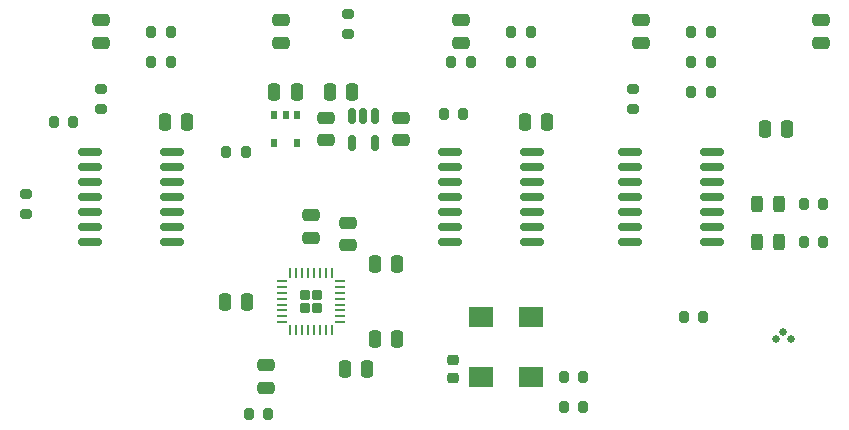
<source format=gbr>
%TF.GenerationSoftware,KiCad,Pcbnew,(6.0.0)*%
%TF.CreationDate,2022-02-07T22:24:18-06:00*%
%TF.ProjectId,PiDRO_interface,50694452-4f5f-4696-9e74-657266616365,rev?*%
%TF.SameCoordinates,Original*%
%TF.FileFunction,Paste,Top*%
%TF.FilePolarity,Positive*%
%FSLAX46Y46*%
G04 Gerber Fmt 4.6, Leading zero omitted, Abs format (unit mm)*
G04 Created by KiCad (PCBNEW (6.0.0)) date 2022-02-07 22:24:18*
%MOMM*%
%LPD*%
G01*
G04 APERTURE LIST*
G04 Aperture macros list*
%AMRoundRect*
0 Rectangle with rounded corners*
0 $1 Rounding radius*
0 $2 $3 $4 $5 $6 $7 $8 $9 X,Y pos of 4 corners*
0 Add a 4 corners polygon primitive as box body*
4,1,4,$2,$3,$4,$5,$6,$7,$8,$9,$2,$3,0*
0 Add four circle primitives for the rounded corners*
1,1,$1+$1,$2,$3*
1,1,$1+$1,$4,$5*
1,1,$1+$1,$6,$7*
1,1,$1+$1,$8,$9*
0 Add four rect primitives between the rounded corners*
20,1,$1+$1,$2,$3,$4,$5,0*
20,1,$1+$1,$4,$5,$6,$7,0*
20,1,$1+$1,$6,$7,$8,$9,0*
20,1,$1+$1,$8,$9,$2,$3,0*%
%AMFreePoly0*
4,1,14,0.106694,0.394194,0.125000,0.350000,0.125000,-0.350000,0.106694,-0.394194,0.062500,-0.412500,-0.009112,-0.412500,-0.053306,-0.394194,-0.106694,-0.340806,-0.125000,-0.296612,-0.125000,0.350000,-0.106694,0.394194,-0.062500,0.412500,0.062500,0.412500,0.106694,0.394194,0.106694,0.394194,$1*%
%AMFreePoly1*
4,1,14,0.106694,0.394194,0.125000,0.350000,0.125000,-0.296612,0.106694,-0.340806,0.053306,-0.394194,0.009112,-0.412500,-0.062500,-0.412500,-0.106694,-0.394194,-0.125000,-0.350000,-0.125000,0.350000,-0.106694,0.394194,-0.062500,0.412500,0.062500,0.412500,0.106694,0.394194,0.106694,0.394194,$1*%
%AMFreePoly2*
4,1,14,0.394194,0.106694,0.412500,0.062500,0.412500,-0.062500,0.394194,-0.106694,0.350000,-0.125000,-0.350000,-0.125000,-0.394194,-0.106694,-0.412500,-0.062500,-0.412500,0.009112,-0.394194,0.053306,-0.340806,0.106694,-0.296612,0.125000,0.350000,0.125000,0.394194,0.106694,0.394194,0.106694,$1*%
%AMFreePoly3*
4,1,14,0.394194,0.106694,0.412500,0.062500,0.412500,-0.062500,0.394194,-0.106694,0.350000,-0.125000,-0.296612,-0.125000,-0.340806,-0.106694,-0.394194,-0.053306,-0.412500,-0.009112,-0.412500,0.062500,-0.394194,0.106694,-0.350000,0.125000,0.350000,0.125000,0.394194,0.106694,0.394194,0.106694,$1*%
%AMFreePoly4*
4,1,14,0.053306,0.394194,0.106694,0.340806,0.125000,0.296612,0.125000,-0.350000,0.106694,-0.394194,0.062500,-0.412500,-0.062500,-0.412500,-0.106694,-0.394194,-0.125000,-0.350000,-0.125000,0.350000,-0.106694,0.394194,-0.062500,0.412500,0.009112,0.412500,0.053306,0.394194,0.053306,0.394194,$1*%
%AMFreePoly5*
4,1,14,0.106694,0.394194,0.125000,0.350000,0.125000,-0.350000,0.106694,-0.394194,0.062500,-0.412500,-0.062500,-0.412500,-0.106694,-0.394194,-0.125000,-0.350000,-0.125000,0.296612,-0.106694,0.340806,-0.053306,0.394194,-0.009112,0.412500,0.062500,0.412500,0.106694,0.394194,0.106694,0.394194,$1*%
%AMFreePoly6*
4,1,14,0.394194,0.106694,0.412500,0.062500,0.412500,-0.009112,0.394194,-0.053306,0.340806,-0.106694,0.296612,-0.125000,-0.350000,-0.125000,-0.394194,-0.106694,-0.412500,-0.062500,-0.412500,0.062500,-0.394194,0.106694,-0.350000,0.125000,0.350000,0.125000,0.394194,0.106694,0.394194,0.106694,$1*%
%AMFreePoly7*
4,1,14,0.340806,0.106694,0.394194,0.053306,0.412500,0.009112,0.412500,-0.062500,0.394194,-0.106694,0.350000,-0.125000,-0.350000,-0.125000,-0.394194,-0.106694,-0.412500,-0.062500,-0.412500,0.062500,-0.394194,0.106694,-0.350000,0.125000,0.296612,0.125000,0.340806,0.106694,0.340806,0.106694,$1*%
G04 Aperture macros list end*
%ADD10RoundRect,0.200000X-0.200000X-0.275000X0.200000X-0.275000X0.200000X0.275000X-0.200000X0.275000X0*%
%ADD11RoundRect,0.200000X-0.275000X0.200000X-0.275000X-0.200000X0.275000X-0.200000X0.275000X0.200000X0*%
%ADD12RoundRect,0.200000X0.275000X-0.200000X0.275000X0.200000X-0.275000X0.200000X-0.275000X-0.200000X0*%
%ADD13RoundRect,0.250000X-0.250000X-0.475000X0.250000X-0.475000X0.250000X0.475000X-0.250000X0.475000X0*%
%ADD14RoundRect,0.150000X-0.837500X-0.150000X0.837500X-0.150000X0.837500X0.150000X-0.837500X0.150000X0*%
%ADD15R,2.000000X1.800000*%
%ADD16RoundRect,0.250000X0.475000X-0.250000X0.475000X0.250000X-0.475000X0.250000X-0.475000X-0.250000X0*%
%ADD17RoundRect,0.200000X0.200000X0.275000X-0.200000X0.275000X-0.200000X-0.275000X0.200000X-0.275000X0*%
%ADD18RoundRect,0.150000X-0.150000X0.512500X-0.150000X-0.512500X0.150000X-0.512500X0.150000X0.512500X0*%
%ADD19RoundRect,0.243750X0.243750X0.456250X-0.243750X0.456250X-0.243750X-0.456250X0.243750X-0.456250X0*%
%ADD20RoundRect,0.225000X0.250000X-0.225000X0.250000X0.225000X-0.250000X0.225000X-0.250000X-0.225000X0*%
%ADD21C,0.635000*%
%ADD22R,0.510000X0.700000*%
%ADD23RoundRect,0.250000X-0.475000X0.250000X-0.475000X-0.250000X0.475000X-0.250000X0.475000X0.250000X0*%
%ADD24RoundRect,0.250000X0.250000X0.475000X-0.250000X0.475000X-0.250000X-0.475000X0.250000X-0.475000X0*%
%ADD25FreePoly0,0.000000*%
%ADD26RoundRect,0.062500X-0.062500X-0.350000X0.062500X-0.350000X0.062500X0.350000X-0.062500X0.350000X0*%
%ADD27FreePoly1,0.000000*%
%ADD28FreePoly2,0.000000*%
%ADD29RoundRect,0.062500X-0.350000X-0.062500X0.350000X-0.062500X0.350000X0.062500X-0.350000X0.062500X0*%
%ADD30FreePoly3,0.000000*%
%ADD31FreePoly4,0.000000*%
%ADD32FreePoly5,0.000000*%
%ADD33FreePoly6,0.000000*%
%ADD34FreePoly7,0.000000*%
%ADD35RoundRect,0.212500X-0.212500X-0.212500X0.212500X-0.212500X0.212500X0.212500X-0.212500X0.212500X0*%
G04 APERTURE END LIST*
D10*
%TO.C,R21*%
X150305000Y-52070000D03*
X151955000Y-52070000D03*
%TD*%
%TO.C,R20*%
X150305000Y-54610000D03*
X151955000Y-54610000D03*
%TD*%
%TO.C,R19*%
X150305000Y-57150000D03*
X151955000Y-57150000D03*
%TD*%
%TO.C,R18*%
X135065000Y-52070000D03*
X136715000Y-52070000D03*
%TD*%
%TO.C,R17*%
X135065000Y-54610000D03*
X136715000Y-54610000D03*
%TD*%
D11*
%TO.C,R16*%
X145415000Y-56960000D03*
X145415000Y-58610000D03*
%TD*%
D12*
%TO.C,R15*%
X121285000Y-52260000D03*
X121285000Y-50610000D03*
%TD*%
D10*
%TO.C,R14*%
X129350000Y-59055000D03*
X131000000Y-59055000D03*
%TD*%
%TO.C,R13*%
X129985000Y-54610000D03*
X131635000Y-54610000D03*
%TD*%
%TO.C,R12*%
X104585000Y-52070000D03*
X106235000Y-52070000D03*
%TD*%
%TO.C,R11*%
X104585000Y-54610000D03*
X106235000Y-54610000D03*
%TD*%
%TO.C,R10*%
X110935000Y-62230000D03*
X112585000Y-62230000D03*
%TD*%
%TO.C,R9*%
X97980000Y-59690000D03*
X96330000Y-59690000D03*
%TD*%
D11*
%TO.C,R8*%
X93980000Y-65850000D03*
X93980000Y-67500000D03*
%TD*%
%TO.C,R7*%
X100330000Y-56960000D03*
X100330000Y-58610000D03*
%TD*%
D13*
%TO.C,C8*%
X120970000Y-80645000D03*
X122870000Y-80645000D03*
%TD*%
D14*
%TO.C,U6*%
X145127500Y-62230000D03*
X145127500Y-63500000D03*
X145127500Y-64770000D03*
X145127500Y-66040000D03*
X145127500Y-67310000D03*
X145127500Y-68580000D03*
X145127500Y-69850000D03*
X152052500Y-69850000D03*
X152052500Y-68580000D03*
X152052500Y-67310000D03*
X152052500Y-66040000D03*
X152052500Y-64770000D03*
X152052500Y-63500000D03*
X152052500Y-62230000D03*
%TD*%
D15*
%TO.C,Y1*%
X136720000Y-81280000D03*
X136720000Y-76200000D03*
X132520000Y-76200000D03*
X132520000Y-81280000D03*
%TD*%
D16*
%TO.C,C11*%
X119380000Y-61275000D03*
X119380000Y-59375000D03*
%TD*%
D14*
%TO.C,U1*%
X99407500Y-62230000D03*
X99407500Y-63500000D03*
X99407500Y-64770000D03*
X99407500Y-66040000D03*
X99407500Y-67310000D03*
X99407500Y-68580000D03*
X99407500Y-69850000D03*
X106332500Y-69850000D03*
X106332500Y-68580000D03*
X106332500Y-67310000D03*
X106332500Y-66040000D03*
X106332500Y-64770000D03*
X106332500Y-63500000D03*
X106332500Y-62230000D03*
%TD*%
D16*
%TO.C,C6*%
X118110000Y-69530000D03*
X118110000Y-67630000D03*
%TD*%
D17*
%TO.C,R4*%
X161480000Y-69850000D03*
X159830000Y-69850000D03*
%TD*%
D18*
%TO.C,U2*%
X123505000Y-59187500D03*
X122555000Y-59187500D03*
X121605000Y-59187500D03*
X121605000Y-61462500D03*
X123505000Y-61462500D03*
%TD*%
D13*
%TO.C,C15*%
X123510000Y-71755000D03*
X125410000Y-71755000D03*
%TD*%
%TO.C,C7*%
X123510000Y-78105000D03*
X125410000Y-78105000D03*
%TD*%
D19*
%TO.C,D1*%
X157782500Y-69850000D03*
X155907500Y-69850000D03*
%TD*%
D16*
%TO.C,C17*%
X115570000Y-53020000D03*
X115570000Y-51120000D03*
%TD*%
D20*
%TO.C,C9*%
X130175000Y-81420000D03*
X130175000Y-79870000D03*
%TD*%
D16*
%TO.C,C18*%
X130810000Y-53020000D03*
X130810000Y-51120000D03*
%TD*%
D21*
%TO.C,icon1*%
X158115000Y-77470000D03*
X158750000Y-78105000D03*
X157480000Y-78105000D03*
%TD*%
D22*
%TO.C,U5*%
X116930000Y-59165000D03*
X115980000Y-59165000D03*
X115030000Y-59165000D03*
X115030000Y-61485000D03*
X116930000Y-61485000D03*
%TD*%
D10*
%TO.C,R1*%
X139510000Y-83820000D03*
X141160000Y-83820000D03*
%TD*%
D16*
%TO.C,C20*%
X161290000Y-53020000D03*
X161290000Y-51120000D03*
%TD*%
D17*
%TO.C,R5*%
X141160000Y-81280000D03*
X139510000Y-81280000D03*
%TD*%
D13*
%TO.C,C3*%
X156530000Y-60325000D03*
X158430000Y-60325000D03*
%TD*%
D23*
%TO.C,C4*%
X114300000Y-80330000D03*
X114300000Y-82230000D03*
%TD*%
D14*
%TO.C,U3*%
X129887500Y-62230000D03*
X129887500Y-63500000D03*
X129887500Y-64770000D03*
X129887500Y-66040000D03*
X129887500Y-67310000D03*
X129887500Y-68580000D03*
X129887500Y-69850000D03*
X136812500Y-69850000D03*
X136812500Y-68580000D03*
X136812500Y-67310000D03*
X136812500Y-66040000D03*
X136812500Y-64770000D03*
X136812500Y-63500000D03*
X136812500Y-62230000D03*
%TD*%
D24*
%TO.C,C1*%
X107630000Y-59690000D03*
X105730000Y-59690000D03*
%TD*%
D16*
%TO.C,C19*%
X146050000Y-53020000D03*
X146050000Y-51120000D03*
%TD*%
%TO.C,C14*%
X125730000Y-61275000D03*
X125730000Y-59375000D03*
%TD*%
D24*
%TO.C,C13*%
X121600000Y-57150000D03*
X119700000Y-57150000D03*
%TD*%
D19*
%TO.C,D2*%
X157782500Y-66675000D03*
X155907500Y-66675000D03*
%TD*%
D16*
%TO.C,C16*%
X100330000Y-53020000D03*
X100330000Y-51120000D03*
%TD*%
D10*
%TO.C,R2*%
X149670000Y-76200000D03*
X151320000Y-76200000D03*
%TD*%
D24*
%TO.C,C10*%
X116930000Y-57150000D03*
X115030000Y-57150000D03*
%TD*%
D16*
%TO.C,C12*%
X121285000Y-70165000D03*
X121285000Y-68265000D03*
%TD*%
D10*
%TO.C,R3*%
X112840000Y-84455000D03*
X114490000Y-84455000D03*
%TD*%
D17*
%TO.C,R6*%
X161480000Y-66675000D03*
X159830000Y-66675000D03*
%TD*%
D24*
%TO.C,C5*%
X112710000Y-74930000D03*
X110810000Y-74930000D03*
%TD*%
D25*
%TO.C,U4*%
X116360000Y-72492500D03*
D26*
X116860000Y-72492500D03*
X117360000Y-72492500D03*
X117860000Y-72492500D03*
X118360000Y-72492500D03*
X118860000Y-72492500D03*
X119360000Y-72492500D03*
D27*
X119860000Y-72492500D03*
D28*
X120547500Y-73180000D03*
D29*
X120547500Y-73680000D03*
X120547500Y-74180000D03*
X120547500Y-74680000D03*
X120547500Y-75180000D03*
X120547500Y-75680000D03*
X120547500Y-76180000D03*
D30*
X120547500Y-76680000D03*
D31*
X119860000Y-77367500D03*
D26*
X119360000Y-77367500D03*
X118860000Y-77367500D03*
X118360000Y-77367500D03*
X117860000Y-77367500D03*
X117360000Y-77367500D03*
X116860000Y-77367500D03*
D32*
X116360000Y-77367500D03*
D33*
X115672500Y-76680000D03*
D29*
X115672500Y-76180000D03*
X115672500Y-75680000D03*
X115672500Y-75180000D03*
X115672500Y-74680000D03*
X115672500Y-74180000D03*
X115672500Y-73680000D03*
D34*
X115672500Y-73180000D03*
D35*
X118635000Y-74405000D03*
X118635000Y-75455000D03*
X117585000Y-75455000D03*
X117585000Y-74405000D03*
%TD*%
D24*
%TO.C,C2*%
X138110000Y-59690000D03*
X136210000Y-59690000D03*
%TD*%
M02*

</source>
